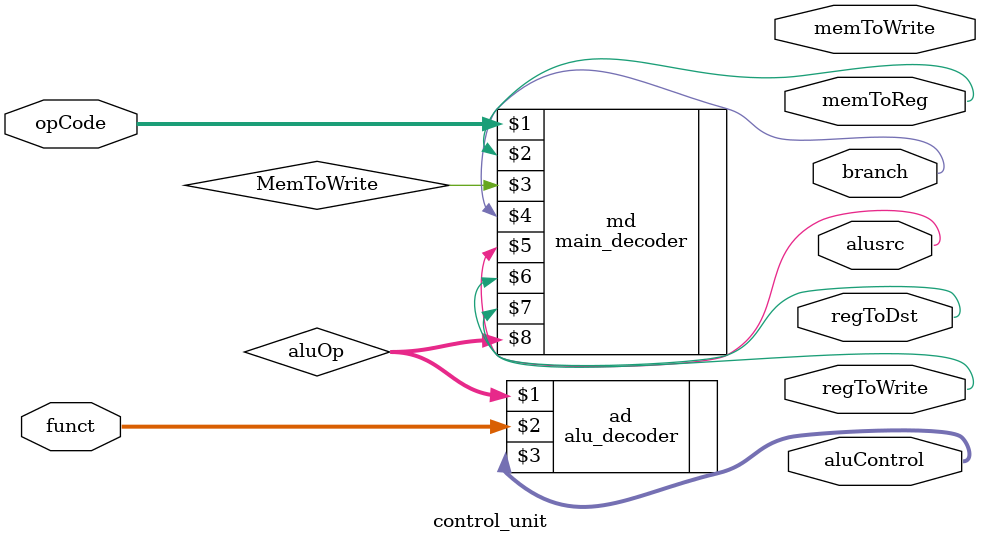
<source format=v>
module control_unit(
	input [5:0] opCode, funct,
	output memToReg, memToWrite, branch, alusrc, regToDst, regToWrite,
 	output [2:0] aluControl
);
	wire [1:0] aluOp;
	main_decoder md(opCode, memToReg, MemToWrite, branch, alusrc, regToDst, regToWrite, aluOp);
	alu_decoder ad(aluOp, funct, aluControl);
endmodule
</source>
